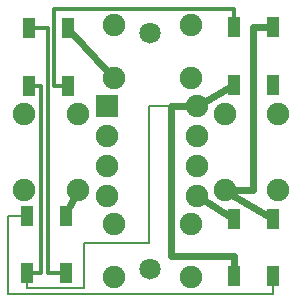
<source format=gtl>
G04 MADE WITH FRITZING*
G04 WWW.FRITZING.ORG*
G04 DOUBLE SIDED*
G04 HOLES PLATED*
G04 CONTOUR ON CENTER OF CONTOUR VECTOR*
%ASAXBY*%
%FSLAX23Y23*%
%MOIN*%
%OFA0B0*%
%SFA1.0B1.0*%
%ADD10C,0.071181*%
%ADD11C,0.075000*%
%ADD12R,0.040236X0.067069*%
%ADD13R,0.040222X0.067069*%
%ADD14R,0.040236X0.067083*%
%ADD15R,0.040222X0.067056*%
%ADD16R,0.075000X0.075000*%
%ADD17C,0.024000*%
%ADD18C,0.008000*%
%ADD19C,0.012000*%
%LNCOPPER1*%
G90*
G70*
G54D10*
X495Y95D03*
X495Y882D03*
X495Y95D03*
X495Y882D03*
X495Y95D03*
X495Y882D03*
G54D11*
X77Y357D03*
X77Y613D03*
X254Y357D03*
X254Y613D03*
X375Y908D03*
X631Y908D03*
X375Y731D03*
X631Y731D03*
X351Y639D03*
X651Y639D03*
X351Y539D03*
X651Y539D03*
X351Y439D03*
X651Y439D03*
X351Y339D03*
X651Y339D03*
X744Y357D03*
X744Y613D03*
X921Y357D03*
X921Y613D03*
X375Y245D03*
X631Y245D03*
X375Y68D03*
X631Y68D03*
G54D12*
X776Y902D03*
G54D13*
X906Y902D03*
G54D14*
X776Y709D03*
G54D15*
X906Y709D03*
G54D12*
X84Y272D03*
G54D13*
X214Y272D03*
G54D14*
X84Y80D03*
G54D15*
X214Y80D03*
G54D12*
X91Y898D03*
G54D13*
X221Y898D03*
G54D14*
X91Y706D03*
G54D15*
X221Y706D03*
G54D12*
X775Y262D03*
G54D13*
X905Y262D03*
G54D14*
X775Y70D03*
G54D15*
X905Y70D03*
G54D16*
X351Y639D03*
G54D17*
X760Y271D02*
X675Y324D01*
G54D18*
D02*
X905Y13D02*
X905Y42D01*
D02*
X23Y13D02*
X905Y13D01*
D02*
X23Y272D02*
X23Y13D01*
D02*
X69Y272D02*
X23Y272D01*
G54D19*
D02*
X154Y899D02*
X154Y80D01*
D02*
X105Y899D02*
X154Y899D01*
D02*
X154Y80D02*
X199Y80D01*
D02*
X776Y930D02*
X776Y963D01*
D02*
X176Y705D02*
X206Y705D01*
D02*
X176Y963D02*
X176Y705D01*
D02*
X776Y963D02*
X176Y963D01*
G54D17*
D02*
X242Y331D02*
X227Y300D01*
D02*
X890Y271D02*
X769Y342D01*
D02*
X355Y752D02*
X235Y883D01*
D02*
X840Y357D02*
X840Y902D01*
D02*
X773Y357D02*
X840Y357D01*
D02*
X840Y902D02*
X891Y902D01*
D02*
X676Y653D02*
X761Y701D01*
D02*
X775Y139D02*
X775Y98D01*
D02*
X567Y139D02*
X775Y139D01*
D02*
X567Y639D02*
X567Y139D01*
D02*
X622Y639D02*
X567Y639D01*
G54D19*
D02*
X132Y80D02*
X132Y705D01*
D02*
X132Y705D02*
X105Y705D01*
D02*
X98Y80D02*
X132Y80D01*
G54D18*
D02*
X493Y180D02*
X276Y180D01*
D02*
X276Y180D02*
X276Y32D01*
D02*
X628Y639D02*
X493Y639D01*
D02*
X84Y32D02*
X84Y52D01*
D02*
X493Y639D02*
X493Y180D01*
D02*
X276Y32D02*
X84Y32D01*
G04 End of Copper1*
M02*
</source>
